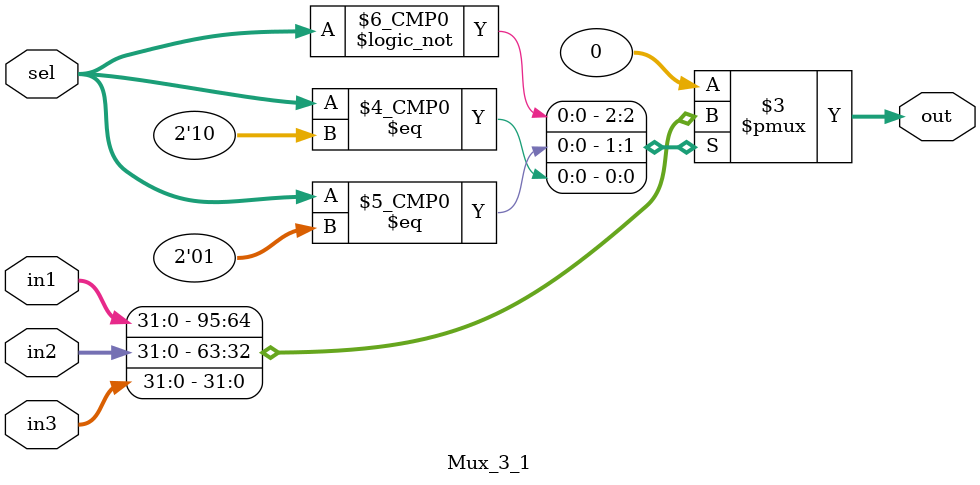
<source format=sv>
module Mux_3_1 (
    input [31:0] in1,
    input [31:0] in2,
    input [31:0] in3,
    input [1:0] sel,
    output logic [31:0] out
);

always_comb begin
    case (sel)
        2'b00:
            out = in1;
        2'b01:
            out = in2;
        2'b10:
            out = in3;
        default: 
            out = 32'd0;
    endcase
end
endmodule

</source>
